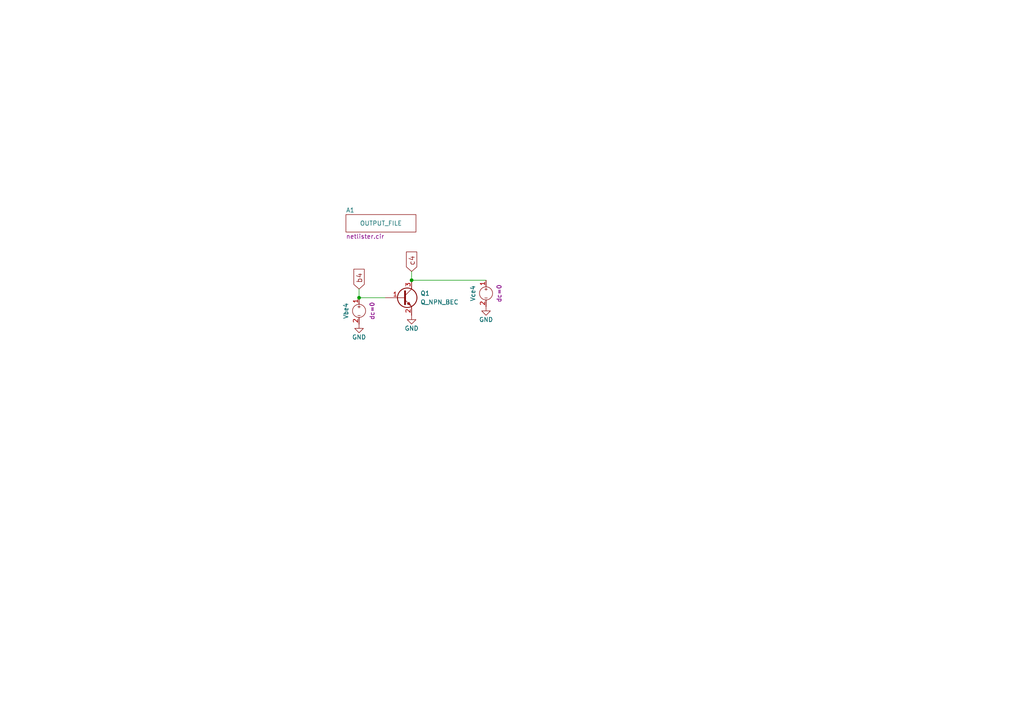
<source format=kicad_sch>
(kicad_sch (version 20211123) (generator eeschema)
  (paper "A4")
  (lib_symbols
    (symbol "Device:Q_NPN_BEC" (pin_names (offset 0) hide)
      (property "Reference" "Q" (at 5.08 1.27 0))
      (property "Value" "Q_NPN_BEC" (at 5.08 -1.27 0))
      (symbol "Q_NPN_BEC_0_1"
        (polyline (pts (xy 0.635 0.635) (xy 2.54 2.54)))
        (polyline (pts (xy 0.635 -0.635) (xy 2.54 -2.54) (xy 2.54 -2.54)))
        (polyline (pts (xy 0.635 1.905) (xy 0.635 -1.905) (xy 0.635 -1.905)) (stroke (width 0.508)))
        (polyline (pts (xy 1.27 -1.778) (xy 1.778 -1.27) (xy 2.286 -2.286) (xy 1.27 -1.778) (xy 1.27 -1.778)) (fill (type outline)))
        (circle (center 1.27 0) (radius 2.8194) (stroke (width 0.254)))
      )
      (symbol "Q_NPN_BEC_1_1"
        (pin input line (at -5.08 0 0) (length 5.715) (name "B") (number "1"))
        (pin passive line (at 2.54 -5.08 90) (length 2.54) (name "E") (number "2"))
        (pin passive line (at 2.54 5.08 270) (length 2.54) (name "C") (number "3"))
      )
    )
    (symbol "power:GND" (power) (pin_names (offset 0))
      (property "Value" "GND" (at 0 -3.81 0))
      (symbol "GND_0_1"
        (polyline (pts (xy 0 0) (xy 0 -1.27) (xy 1.27 -1.27) (xy 0 -2.54) (xy -1.27 -1.27) (xy 0 -1.27)))
      )
      (symbol "GND_1_1"
        (pin power_in line (at 0 0 270) (length 0) hide (name "GND") (number "1"))
      )
    )
    (symbol "pyopus:OUTPUT_FILE" (pin_names (offset 1.016))
      (property "Reference" "A" (at -10.16 1.27 0))
      (property "Value" "OUTPUT_FILE" (at 0 -2.54 0))
      (property "Name" "<file name>" (at -10.16 -6.35 0))
      (symbol "OUTPUT_FILE_0_1"
        (rectangle (start -10.16 0) (end 10.16 -5.08))
      )
    )
    (symbol "pyopus:VSRC" (pin_names (offset 0) hide)
      (property "Reference" "V" (at -3.81 0 90))
      (property "Specification" "dc=0" (at 3.81 0 90))
      (symbol "VSRC_0_0"
        (circle (center 0 0) (radius 1.905) (stroke (width 0.1524)))
        (text "+" (at 0 1.27 0) (effects (font (size 0.9906 0.9906))))
        (text "-" (at 0 -1.27 0) (effects (font (size 0.9906 0.9906))))
      )
      (symbol "VSRC_1_1"
        (pin passive line (at 0 3.81 270) (length 1.905) (name "P") (number "1"))
        (pin power_out line (at 0 -3.81 90) (length 1.905) (name "N") (number "2"))
      )
    )
  )
  (junction (at 104.14 86.36))
  (junction (at 119.38 81.28))
  (wire (pts (xy 104.14 86.36) (xy 111.76 86.36)))
  (wire (pts (xy 119.38 78.74) (xy 119.38 81.28)))
  (wire (pts (xy 104.14 83.82) (xy 104.14 86.36)))
  (wire (pts (xy 119.38 81.28) (xy 140.97 81.28)))
  (global_label "c4" (shape input) (at 119.38 78.74 90) (effects (font (size 1.524 1.524))) (property "Intersheet References" "${INTERSHEET_REFS}" (effects hide)))
  (global_label "b4" (shape input) (at 104.14 83.82 90) (effects (font (size 1.524 1.524))) (property "Intersheet References" "${INTERSHEET_REFS}" (effects hide)))
  (symbol (lib_id "pyopus:OUTPUT_FILE") (at 110.49 62.23 0) (unit 1)
    (property "Reference" "A1" (at 100.33 60.96 0) (effects (justify left)))
    (property "Value" "OUTPUT_FILE" (at 110.49 64.77 0))
    (property "Name" "netlister.cir" (at 100.33 68.58 0) (effects (justify left)))
  )
  (symbol (lib_id "pyopus:VSRC") (at 104.14 90.17 0) (unit 1)
    (property "Reference" "Vbe4" (at 100.33 90.17 90))
    (property "Value" "VSRC" (effects hide))
    (property "Specification" "dc=0" (at 107.95 90.17 90))
  )
  (symbol (lib_id "pyopus:VSRC") (at 140.97 85.09 0) (unit 1)
    (property "Reference" "Vce4" (at 137.16 85.09 90))
    (property "Value" "VSRC" (effects hide))
    (property "Specification" "dc=0" (at 144.78 85.09 90))
  )
  (symbol (lib_id "power:GND") (at 104.14 93.98 0) (unit 1)
    (property "Reference" "#PWR0101" (effects hide))
    (property "Value" "GND" (at 104.14 97.79 0))
  )
  (symbol (lib_id "power:GND") (at 140.97 88.9 0) (unit 1)
    (property "Reference" "#PWR0102" (effects hide))
    (property "Value" "GND" (at 140.97 92.71 0))
  )
  (symbol (lib_id "power:GND") (at 119.38 91.44 0) (unit 1)
    (property "Reference" "#PWR0103" (effects hide))
    (property "Value" "GND" (at 119.38 95.25 0))
  )
  (symbol (lib_id "Device:Q_NPN_BEC") (at 116.84 86.36 0) (unit 1)
    (property "Reference" "Q1" (at 121.92 85.09 0) (effects (justify left)))
    (property "Value" "Q_NPN_BEC" (at 121.92 87.63 0) (effects (justify left)))
  )
)
</source>
